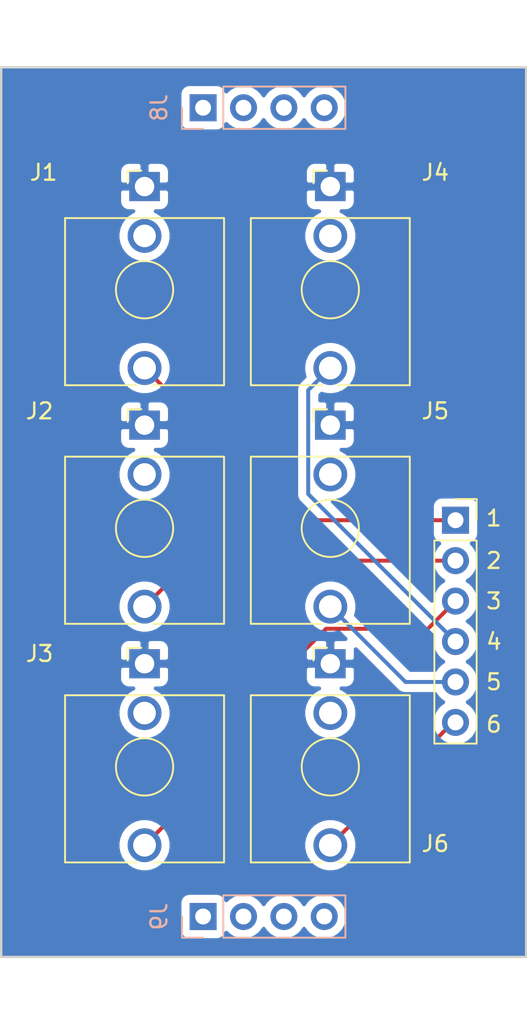
<source format=kicad_pcb>
(kicad_pcb (version 20171130) (host pcbnew 5.1.8-db9833491~88~ubuntu20.04.1)

  (general
    (thickness 1.6)
    (drawings 10)
    (tracks 16)
    (zones 0)
    (modules 9)
    (nets 16)
  )

  (page A4)
  (layers
    (0 F.Cu signal)
    (31 B.Cu signal)
    (32 B.Adhes user)
    (33 F.Adhes user)
    (34 B.Paste user)
    (35 F.Paste user)
    (36 B.SilkS user)
    (37 F.SilkS user)
    (38 B.Mask user)
    (39 F.Mask user)
    (40 Dwgs.User user)
    (41 Cmts.User user)
    (42 Eco1.User user)
    (43 Eco2.User user)
    (44 Edge.Cuts user)
    (45 Margin user)
    (46 B.CrtYd user)
    (47 F.CrtYd user)
    (48 B.Fab user)
    (49 F.Fab user)
  )

  (setup
    (last_trace_width 0.25)
    (trace_clearance 0.2)
    (zone_clearance 0.508)
    (zone_45_only no)
    (trace_min 0.2)
    (via_size 0.8)
    (via_drill 0.4)
    (via_min_size 0.4)
    (via_min_drill 0.3)
    (uvia_size 0.3)
    (uvia_drill 0.1)
    (uvias_allowed no)
    (uvia_min_size 0.2)
    (uvia_min_drill 0.1)
    (edge_width 0.05)
    (segment_width 0.2)
    (pcb_text_width 0.3)
    (pcb_text_size 1.5 1.5)
    (mod_edge_width 0.12)
    (mod_text_size 1 1)
    (mod_text_width 0.15)
    (pad_size 1.524 1.524)
    (pad_drill 0.762)
    (pad_to_mask_clearance 0)
    (aux_axis_origin 0 0)
    (visible_elements FFFFFF7F)
    (pcbplotparams
      (layerselection 0x010fc_ffffffff)
      (usegerberextensions false)
      (usegerberattributes true)
      (usegerberadvancedattributes true)
      (creategerberjobfile true)
      (excludeedgelayer true)
      (linewidth 0.100000)
      (plotframeref false)
      (viasonmask false)
      (mode 1)
      (useauxorigin false)
      (hpglpennumber 1)
      (hpglpenspeed 20)
      (hpglpendiameter 15.000000)
      (psnegative false)
      (psa4output false)
      (plotreference true)
      (plotvalue true)
      (plotinvisibletext false)
      (padsonsilk false)
      (subtractmaskfromsilk false)
      (outputformat 1)
      (mirror false)
      (drillshape 1)
      (scaleselection 1)
      (outputdirectory ""))
  )

  (net 0 "")
  (net 1 GND)
  (net 2 IN_1)
  (net 3 IN_2)
  (net 4 IN_3)
  (net 5 IN_4)
  (net 6 IN_5)
  (net 7 IN_6)
  (net 8 "Net-(J8-Pad4)")
  (net 9 "Net-(J8-Pad3)")
  (net 10 "Net-(J8-Pad2)")
  (net 11 "Net-(J8-Pad1)")
  (net 12 "Net-(J9-Pad4)")
  (net 13 "Net-(J9-Pad3)")
  (net 14 "Net-(J9-Pad2)")
  (net 15 "Net-(J9-Pad1)")

  (net_class Default "This is the default net class."
    (clearance 0.2)
    (trace_width 0.25)
    (via_dia 0.8)
    (via_drill 0.4)
    (uvia_dia 0.3)
    (uvia_drill 0.1)
    (add_net GND)
    (add_net IN_1)
    (add_net IN_2)
    (add_net IN_3)
    (add_net IN_4)
    (add_net IN_5)
    (add_net IN_6)
    (add_net "Net-(J8-Pad1)")
    (add_net "Net-(J8-Pad2)")
    (add_net "Net-(J8-Pad3)")
    (add_net "Net-(J8-Pad4)")
    (add_net "Net-(J9-Pad1)")
    (add_net "Net-(J9-Pad2)")
    (add_net "Net-(J9-Pad3)")
    (add_net "Net-(J9-Pad4)")
  )

  (module Connector_PinSocket_2.54mm:PinSocket_1x04_P2.54mm_Vertical (layer B.Cu) (tedit 5A19A429) (tstamp 5FCD84E5)
    (at 223.52 96.52 270)
    (descr "Through hole straight socket strip, 1x04, 2.54mm pitch, single row (from Kicad 4.0.7), script generated")
    (tags "Through hole socket strip THT 1x04 2.54mm single row")
    (path /5FD15C40)
    (fp_text reference J9 (at 0 2.77 270) (layer B.SilkS)
      (effects (font (size 1 1) (thickness 0.15)) (justify mirror))
    )
    (fp_text value Conn_01x04_Male (at 0 -10.39 270) (layer B.Fab)
      (effects (font (size 1 1) (thickness 0.15)) (justify mirror))
    )
    (fp_text user %R (at 0 -3.81) (layer B.Fab)
      (effects (font (size 1 1) (thickness 0.15)) (justify mirror))
    )
    (fp_line (start -1.27 1.27) (end 0.635 1.27) (layer B.Fab) (width 0.1))
    (fp_line (start 0.635 1.27) (end 1.27 0.635) (layer B.Fab) (width 0.1))
    (fp_line (start 1.27 0.635) (end 1.27 -8.89) (layer B.Fab) (width 0.1))
    (fp_line (start 1.27 -8.89) (end -1.27 -8.89) (layer B.Fab) (width 0.1))
    (fp_line (start -1.27 -8.89) (end -1.27 1.27) (layer B.Fab) (width 0.1))
    (fp_line (start -1.33 -1.27) (end 1.33 -1.27) (layer B.SilkS) (width 0.12))
    (fp_line (start -1.33 -1.27) (end -1.33 -8.95) (layer B.SilkS) (width 0.12))
    (fp_line (start -1.33 -8.95) (end 1.33 -8.95) (layer B.SilkS) (width 0.12))
    (fp_line (start 1.33 -1.27) (end 1.33 -8.95) (layer B.SilkS) (width 0.12))
    (fp_line (start 1.33 1.33) (end 1.33 0) (layer B.SilkS) (width 0.12))
    (fp_line (start 0 1.33) (end 1.33 1.33) (layer B.SilkS) (width 0.12))
    (fp_line (start -1.8 1.8) (end 1.75 1.8) (layer B.CrtYd) (width 0.05))
    (fp_line (start 1.75 1.8) (end 1.75 -9.4) (layer B.CrtYd) (width 0.05))
    (fp_line (start 1.75 -9.4) (end -1.8 -9.4) (layer B.CrtYd) (width 0.05))
    (fp_line (start -1.8 -9.4) (end -1.8 1.8) (layer B.CrtYd) (width 0.05))
    (pad 4 thru_hole oval (at 0 -7.62 270) (size 1.7 1.7) (drill 1) (layers *.Cu *.Mask)
      (net 12 "Net-(J9-Pad4)"))
    (pad 3 thru_hole oval (at 0 -5.08 270) (size 1.7 1.7) (drill 1) (layers *.Cu *.Mask)
      (net 13 "Net-(J9-Pad3)"))
    (pad 2 thru_hole oval (at 0 -2.54 270) (size 1.7 1.7) (drill 1) (layers *.Cu *.Mask)
      (net 14 "Net-(J9-Pad2)"))
    (pad 1 thru_hole rect (at 0 0 270) (size 1.7 1.7) (drill 1) (layers *.Cu *.Mask)
      (net 15 "Net-(J9-Pad1)"))
    (model ${KISYS3DMOD}/Connector_PinSocket_2.54mm.3dshapes/PinSocket_1x04_P2.54mm_Vertical.wrl
      (at (xyz 0 0 0))
      (scale (xyz 1 1 1))
      (rotate (xyz 0 0 0))
    )
  )

  (module Connector_PinSocket_2.54mm:PinSocket_1x04_P2.54mm_Vertical (layer B.Cu) (tedit 5A19A429) (tstamp 5FCD84CD)
    (at 223.52 45.72 270)
    (descr "Through hole straight socket strip, 1x04, 2.54mm pitch, single row (from Kicad 4.0.7), script generated")
    (tags "Through hole socket strip THT 1x04 2.54mm single row")
    (path /5FD14905)
    (fp_text reference J8 (at 0 2.77 270) (layer B.SilkS)
      (effects (font (size 1 1) (thickness 0.15)) (justify mirror))
    )
    (fp_text value Conn_01x04_Male (at 0 -10.39 270) (layer B.Fab)
      (effects (font (size 1 1) (thickness 0.15)) (justify mirror))
    )
    (fp_text user %R (at 0 -3.81) (layer B.Fab)
      (effects (font (size 1 1) (thickness 0.15)) (justify mirror))
    )
    (fp_line (start -1.27 1.27) (end 0.635 1.27) (layer B.Fab) (width 0.1))
    (fp_line (start 0.635 1.27) (end 1.27 0.635) (layer B.Fab) (width 0.1))
    (fp_line (start 1.27 0.635) (end 1.27 -8.89) (layer B.Fab) (width 0.1))
    (fp_line (start 1.27 -8.89) (end -1.27 -8.89) (layer B.Fab) (width 0.1))
    (fp_line (start -1.27 -8.89) (end -1.27 1.27) (layer B.Fab) (width 0.1))
    (fp_line (start -1.33 -1.27) (end 1.33 -1.27) (layer B.SilkS) (width 0.12))
    (fp_line (start -1.33 -1.27) (end -1.33 -8.95) (layer B.SilkS) (width 0.12))
    (fp_line (start -1.33 -8.95) (end 1.33 -8.95) (layer B.SilkS) (width 0.12))
    (fp_line (start 1.33 -1.27) (end 1.33 -8.95) (layer B.SilkS) (width 0.12))
    (fp_line (start 1.33 1.33) (end 1.33 0) (layer B.SilkS) (width 0.12))
    (fp_line (start 0 1.33) (end 1.33 1.33) (layer B.SilkS) (width 0.12))
    (fp_line (start -1.8 1.8) (end 1.75 1.8) (layer B.CrtYd) (width 0.05))
    (fp_line (start 1.75 1.8) (end 1.75 -9.4) (layer B.CrtYd) (width 0.05))
    (fp_line (start 1.75 -9.4) (end -1.8 -9.4) (layer B.CrtYd) (width 0.05))
    (fp_line (start -1.8 -9.4) (end -1.8 1.8) (layer B.CrtYd) (width 0.05))
    (pad 4 thru_hole oval (at 0 -7.62 270) (size 1.7 1.7) (drill 1) (layers *.Cu *.Mask)
      (net 8 "Net-(J8-Pad4)"))
    (pad 3 thru_hole oval (at 0 -5.08 270) (size 1.7 1.7) (drill 1) (layers *.Cu *.Mask)
      (net 9 "Net-(J8-Pad3)"))
    (pad 2 thru_hole oval (at 0 -2.54 270) (size 1.7 1.7) (drill 1) (layers *.Cu *.Mask)
      (net 10 "Net-(J8-Pad2)"))
    (pad 1 thru_hole rect (at 0 0 270) (size 1.7 1.7) (drill 1) (layers *.Cu *.Mask)
      (net 11 "Net-(J8-Pad1)"))
    (model ${KISYS3DMOD}/Connector_PinSocket_2.54mm.3dshapes/PinSocket_1x04_P2.54mm_Vertical.wrl
      (at (xyz 0 0 0))
      (scale (xyz 1 1 1))
      (rotate (xyz 0 0 0))
    )
  )

  (module Connector_PinSocket_2.54mm:PinSocket_1x06_P2.54mm_Vertical (layer F.Cu) (tedit 5A19A430) (tstamp 5FCD6D38)
    (at 239.395 71.628)
    (descr "Through hole straight socket strip, 1x06, 2.54mm pitch, single row (from Kicad 4.0.7), script generated")
    (tags "Through hole socket strip THT 1x06 2.54mm single row")
    (path /5FCEBCCD)
    (fp_text reference J7 (at 0 -2.77) (layer F.SilkS) hide
      (effects (font (size 1 1) (thickness 0.15)))
    )
    (fp_text value Conn_01x06_Female (at 0 15.47) (layer F.Fab) hide
      (effects (font (size 1 1) (thickness 0.15)))
    )
    (fp_text user %R (at 0 6.35 90) (layer F.Fab) hide
      (effects (font (size 1 1) (thickness 0.15)))
    )
    (fp_line (start -1.27 -1.27) (end 0.635 -1.27) (layer F.Fab) (width 0.1))
    (fp_line (start 0.635 -1.27) (end 1.27 -0.635) (layer F.Fab) (width 0.1))
    (fp_line (start 1.27 -0.635) (end 1.27 13.97) (layer F.Fab) (width 0.1))
    (fp_line (start 1.27 13.97) (end -1.27 13.97) (layer F.Fab) (width 0.1))
    (fp_line (start -1.27 13.97) (end -1.27 -1.27) (layer F.Fab) (width 0.1))
    (fp_line (start -1.33 1.27) (end 1.33 1.27) (layer F.SilkS) (width 0.12))
    (fp_line (start -1.33 1.27) (end -1.33 14.03) (layer F.SilkS) (width 0.12))
    (fp_line (start -1.33 14.03) (end 1.33 14.03) (layer F.SilkS) (width 0.12))
    (fp_line (start 1.33 1.27) (end 1.33 14.03) (layer F.SilkS) (width 0.12))
    (fp_line (start 1.33 -1.33) (end 1.33 0) (layer F.SilkS) (width 0.12))
    (fp_line (start 0 -1.33) (end 1.33 -1.33) (layer F.SilkS) (width 0.12))
    (fp_line (start -1.8 -1.8) (end 1.75 -1.8) (layer F.CrtYd) (width 0.05))
    (fp_line (start 1.75 -1.8) (end 1.75 14.45) (layer F.CrtYd) (width 0.05))
    (fp_line (start 1.75 14.45) (end -1.8 14.45) (layer F.CrtYd) (width 0.05))
    (fp_line (start -1.8 14.45) (end -1.8 -1.8) (layer F.CrtYd) (width 0.05))
    (pad 6 thru_hole oval (at 0 12.7) (size 1.7 1.7) (drill 1) (layers *.Cu *.Mask)
      (net 7 IN_6))
    (pad 5 thru_hole oval (at 0 10.16) (size 1.7 1.7) (drill 1) (layers *.Cu *.Mask)
      (net 6 IN_5))
    (pad 4 thru_hole oval (at 0 7.62) (size 1.7 1.7) (drill 1) (layers *.Cu *.Mask)
      (net 5 IN_4))
    (pad 3 thru_hole oval (at 0 5.08) (size 1.7 1.7) (drill 1) (layers *.Cu *.Mask)
      (net 4 IN_3))
    (pad 2 thru_hole oval (at 0 2.54) (size 1.7 1.7) (drill 1) (layers *.Cu *.Mask)
      (net 3 IN_2))
    (pad 1 thru_hole rect (at 0 0) (size 1.7 1.7) (drill 1) (layers *.Cu *.Mask)
      (net 2 IN_1))
    (model ${KISYS3DMOD}/Connector_PinSocket_2.54mm.3dshapes/PinSocket_1x06_P2.54mm_Vertical.wrl
      (at (xyz 0 0 0))
      (scale (xyz 1 1 1))
      (rotate (xyz 0 0 0))
    )
  )

  (module elektrophon:Jack_3.5mm_WQP-PJ301BM_Vertical (layer F.Cu) (tedit 5DDAE09A) (tstamp 5FCD6D1E)
    (at 231.521 87.122)
    (descr "TRS 3.5mm, vertical, Thonkiconn, PCB mount, (http://www.qingpu-electronics.com/en/products/WQP-PJ398SM-362.html)")
    (tags "WQP-PJ398SM WQP-PJ301M-12 TRS 3.5mm mono vertical jack thonkiconn qingpu")
    (path /5FCE96A3)
    (fp_text reference J6 (at 6.604 4.826) (layer F.SilkS)
      (effects (font (size 1 1) (thickness 0.15)))
    )
    (fp_text value "#1" (at 0 -1.48) (layer F.Fab)
      (effects (font (size 1 1) (thickness 0.15)))
    )
    (fp_text user KEEPOUT (at 0 0 180) (layer Cmts.User)
      (effects (font (size 0.4 0.4) (thickness 0.051)))
    )
    (fp_text user %R (at 0 1.52) (layer F.Fab)
      (effects (font (size 1 1) (thickness 0.15)))
    )
    (fp_line (start 0 -6.48) (end 0 -4.45) (layer F.Fab) (width 0.1))
    (fp_circle (center 0 0) (end 1.8 0) (layer F.Fab) (width 0.1))
    (fp_line (start 5 -4.45) (end -5 -4.45) (layer F.Fab) (width 0.1))
    (fp_line (start 5.5 -7.9) (end -5.5 -7.9) (layer F.CrtYd) (width 0.05))
    (fp_line (start 5.5 6.5) (end -5.5 6.5) (layer F.CrtYd) (width 0.05))
    (fp_line (start 5.5 6.5) (end 5.5 -7.9) (layer F.CrtYd) (width 0.05))
    (fp_line (start 5 6) (end -5 6) (layer F.Fab) (width 0.1))
    (fp_line (start 5 6) (end 5 -4.4) (layer F.Fab) (width 0.1))
    (fp_line (start -1.06 -7.48) (end -0.2 -7.48) (layer F.SilkS) (width 0.12))
    (fp_line (start -1.06 -7.48) (end -1.06 -6.68) (layer F.SilkS) (width 0.12))
    (fp_circle (center 0 0) (end 1.8 0) (layer F.SilkS) (width 0.12))
    (fp_line (start -5 -4.5) (end 5 -4.5) (layer F.SilkS) (width 0.12))
    (fp_line (start 5 -4.5) (end 0.35 -4.5) (layer F.SilkS) (width 0.12))
    (fp_line (start -0.5 6) (end -5 6) (layer F.SilkS) (width 0.12))
    (fp_line (start 5 6) (end 0.5 6) (layer F.SilkS) (width 0.12))
    (fp_line (start -1.41 -0.46) (end -0.46 -1.41) (layer Dwgs.User) (width 0.12))
    (fp_line (start -1.42 0.395) (end 0.4 -1.42) (layer Dwgs.User) (width 0.12))
    (fp_line (start -1.07 1.01) (end 1.01 -1.07) (layer Dwgs.User) (width 0.12))
    (fp_line (start -0.58 1.35) (end 1.36 -0.59) (layer Dwgs.User) (width 0.12))
    (fp_line (start 0.09 1.48) (end 1.48 0.09) (layer Dwgs.User) (width 0.12))
    (fp_circle (center 0 0) (end 1.5 0) (layer Dwgs.User) (width 0.12))
    (fp_line (start 5 -4.5) (end 5 6) (layer F.SilkS) (width 0.12))
    (fp_line (start -5 -4.5) (end -5 6) (layer F.SilkS) (width 0.12))
    (fp_line (start -5 6) (end -5 -4.4) (layer F.Fab) (width 0.1))
    (fp_line (start -5.5 6.5) (end -5.5 -7.9) (layer F.CrtYd) (width 0.05))
    (pad R thru_hole circle (at 0 -3.38 180) (size 2.13 2.13) (drill 1.42) (layers *.Cu *.Mask))
    (pad S thru_hole rect (at 0 -6.48 180) (size 1.93 1.83) (drill 1.22) (layers *.Cu *.Mask)
      (net 1 GND))
    (pad T thru_hole circle (at 0 4.92 180) (size 2.13 2.13) (drill 1.43) (layers *.Cu *.Mask)
      (net 7 IN_6))
    (model ${KISYS3DMOD}/Connector_Audio.3dshapes/Jack_3.5mm_QingPu_WQP-PJ398SM_Vertical.wrl
      (at (xyz 0 0 0))
      (scale (xyz 1 1 1))
      (rotate (xyz 0 0 0))
    )
    (model "${KIPRJMOD}/../../../lib/kicad/models/PJ301M-12 Thonkiconn v0.2.stp"
      (offset (xyz 0 -1 0))
      (scale (xyz 1 1 1))
      (rotate (xyz 0 0 180))
    )
  )

  (module elektrophon:Jack_3.5mm_WQP-PJ301BM_Vertical (layer F.Cu) (tedit 5DDAE09A) (tstamp 5FCD6CFC)
    (at 231.521 72.136)
    (descr "TRS 3.5mm, vertical, Thonkiconn, PCB mount, (http://www.qingpu-electronics.com/en/products/WQP-PJ398SM-362.html)")
    (tags "WQP-PJ398SM WQP-PJ301M-12 TRS 3.5mm mono vertical jack thonkiconn qingpu")
    (path /5FCE9696)
    (fp_text reference J5 (at 6.604 -7.366) (layer F.SilkS)
      (effects (font (size 1 1) (thickness 0.15)))
    )
    (fp_text value "#1" (at 0 -1.48) (layer F.Fab)
      (effects (font (size 1 1) (thickness 0.15)))
    )
    (fp_text user KEEPOUT (at 0 0 180) (layer Cmts.User)
      (effects (font (size 0.4 0.4) (thickness 0.051)))
    )
    (fp_text user %R (at 0 1.52) (layer F.Fab)
      (effects (font (size 1 1) (thickness 0.15)))
    )
    (fp_line (start 0 -6.48) (end 0 -4.45) (layer F.Fab) (width 0.1))
    (fp_circle (center 0 0) (end 1.8 0) (layer F.Fab) (width 0.1))
    (fp_line (start 5 -4.45) (end -5 -4.45) (layer F.Fab) (width 0.1))
    (fp_line (start 5.5 -7.9) (end -5.5 -7.9) (layer F.CrtYd) (width 0.05))
    (fp_line (start 5.5 6.5) (end -5.5 6.5) (layer F.CrtYd) (width 0.05))
    (fp_line (start 5.5 6.5) (end 5.5 -7.9) (layer F.CrtYd) (width 0.05))
    (fp_line (start 5 6) (end -5 6) (layer F.Fab) (width 0.1))
    (fp_line (start 5 6) (end 5 -4.4) (layer F.Fab) (width 0.1))
    (fp_line (start -1.06 -7.48) (end -0.2 -7.48) (layer F.SilkS) (width 0.12))
    (fp_line (start -1.06 -7.48) (end -1.06 -6.68) (layer F.SilkS) (width 0.12))
    (fp_circle (center 0 0) (end 1.8 0) (layer F.SilkS) (width 0.12))
    (fp_line (start -5 -4.5) (end 5 -4.5) (layer F.SilkS) (width 0.12))
    (fp_line (start 5 -4.5) (end 0.35 -4.5) (layer F.SilkS) (width 0.12))
    (fp_line (start -0.5 6) (end -5 6) (layer F.SilkS) (width 0.12))
    (fp_line (start 5 6) (end 0.5 6) (layer F.SilkS) (width 0.12))
    (fp_line (start -1.41 -0.46) (end -0.46 -1.41) (layer Dwgs.User) (width 0.12))
    (fp_line (start -1.42 0.395) (end 0.4 -1.42) (layer Dwgs.User) (width 0.12))
    (fp_line (start -1.07 1.01) (end 1.01 -1.07) (layer Dwgs.User) (width 0.12))
    (fp_line (start -0.58 1.35) (end 1.36 -0.59) (layer Dwgs.User) (width 0.12))
    (fp_line (start 0.09 1.48) (end 1.48 0.09) (layer Dwgs.User) (width 0.12))
    (fp_circle (center 0 0) (end 1.5 0) (layer Dwgs.User) (width 0.12))
    (fp_line (start 5 -4.5) (end 5 6) (layer F.SilkS) (width 0.12))
    (fp_line (start -5 -4.5) (end -5 6) (layer F.SilkS) (width 0.12))
    (fp_line (start -5 6) (end -5 -4.4) (layer F.Fab) (width 0.1))
    (fp_line (start -5.5 6.5) (end -5.5 -7.9) (layer F.CrtYd) (width 0.05))
    (pad R thru_hole circle (at 0 -3.38 180) (size 2.13 2.13) (drill 1.42) (layers *.Cu *.Mask))
    (pad S thru_hole rect (at 0 -6.48 180) (size 1.93 1.83) (drill 1.22) (layers *.Cu *.Mask)
      (net 1 GND))
    (pad T thru_hole circle (at 0 4.92 180) (size 2.13 2.13) (drill 1.43) (layers *.Cu *.Mask)
      (net 6 IN_5))
    (model ${KISYS3DMOD}/Connector_Audio.3dshapes/Jack_3.5mm_QingPu_WQP-PJ398SM_Vertical.wrl
      (at (xyz 0 0 0))
      (scale (xyz 1 1 1))
      (rotate (xyz 0 0 0))
    )
    (model "${KIPRJMOD}/../../../lib/kicad/models/PJ301M-12 Thonkiconn v0.2.stp"
      (offset (xyz 0 -1 0))
      (scale (xyz 1 1 1))
      (rotate (xyz 0 0 180))
    )
  )

  (module elektrophon:Jack_3.5mm_WQP-PJ301BM_Vertical (layer F.Cu) (tedit 5DDAE09A) (tstamp 5FCD6CDA)
    (at 231.521 57.15)
    (descr "TRS 3.5mm, vertical, Thonkiconn, PCB mount, (http://www.qingpu-electronics.com/en/products/WQP-PJ398SM-362.html)")
    (tags "WQP-PJ398SM WQP-PJ301M-12 TRS 3.5mm mono vertical jack thonkiconn qingpu")
    (path /5FCE9689)
    (fp_text reference J4 (at 6.604 -7.366) (layer F.SilkS)
      (effects (font (size 1 1) (thickness 0.15)))
    )
    (fp_text value "#1" (at 0 -1.48) (layer F.Fab)
      (effects (font (size 1 1) (thickness 0.15)))
    )
    (fp_text user KEEPOUT (at 0 0 180) (layer Cmts.User)
      (effects (font (size 0.4 0.4) (thickness 0.051)))
    )
    (fp_text user %R (at 0 1.52) (layer F.Fab)
      (effects (font (size 1 1) (thickness 0.15)))
    )
    (fp_line (start 0 -6.48) (end 0 -4.45) (layer F.Fab) (width 0.1))
    (fp_circle (center 0 0) (end 1.8 0) (layer F.Fab) (width 0.1))
    (fp_line (start 5 -4.45) (end -5 -4.45) (layer F.Fab) (width 0.1))
    (fp_line (start 5.5 -7.9) (end -5.5 -7.9) (layer F.CrtYd) (width 0.05))
    (fp_line (start 5.5 6.5) (end -5.5 6.5) (layer F.CrtYd) (width 0.05))
    (fp_line (start 5.5 6.5) (end 5.5 -7.9) (layer F.CrtYd) (width 0.05))
    (fp_line (start 5 6) (end -5 6) (layer F.Fab) (width 0.1))
    (fp_line (start 5 6) (end 5 -4.4) (layer F.Fab) (width 0.1))
    (fp_line (start -1.06 -7.48) (end -0.2 -7.48) (layer F.SilkS) (width 0.12))
    (fp_line (start -1.06 -7.48) (end -1.06 -6.68) (layer F.SilkS) (width 0.12))
    (fp_circle (center 0 0) (end 1.8 0) (layer F.SilkS) (width 0.12))
    (fp_line (start -5 -4.5) (end 5 -4.5) (layer F.SilkS) (width 0.12))
    (fp_line (start 5 -4.5) (end 0.35 -4.5) (layer F.SilkS) (width 0.12))
    (fp_line (start -0.5 6) (end -5 6) (layer F.SilkS) (width 0.12))
    (fp_line (start 5 6) (end 0.5 6) (layer F.SilkS) (width 0.12))
    (fp_line (start -1.41 -0.46) (end -0.46 -1.41) (layer Dwgs.User) (width 0.12))
    (fp_line (start -1.42 0.395) (end 0.4 -1.42) (layer Dwgs.User) (width 0.12))
    (fp_line (start -1.07 1.01) (end 1.01 -1.07) (layer Dwgs.User) (width 0.12))
    (fp_line (start -0.58 1.35) (end 1.36 -0.59) (layer Dwgs.User) (width 0.12))
    (fp_line (start 0.09 1.48) (end 1.48 0.09) (layer Dwgs.User) (width 0.12))
    (fp_circle (center 0 0) (end 1.5 0) (layer Dwgs.User) (width 0.12))
    (fp_line (start 5 -4.5) (end 5 6) (layer F.SilkS) (width 0.12))
    (fp_line (start -5 -4.5) (end -5 6) (layer F.SilkS) (width 0.12))
    (fp_line (start -5 6) (end -5 -4.4) (layer F.Fab) (width 0.1))
    (fp_line (start -5.5 6.5) (end -5.5 -7.9) (layer F.CrtYd) (width 0.05))
    (pad R thru_hole circle (at 0 -3.38 180) (size 2.13 2.13) (drill 1.42) (layers *.Cu *.Mask))
    (pad S thru_hole rect (at 0 -6.48 180) (size 1.93 1.83) (drill 1.22) (layers *.Cu *.Mask)
      (net 1 GND))
    (pad T thru_hole circle (at 0 4.92 180) (size 2.13 2.13) (drill 1.43) (layers *.Cu *.Mask)
      (net 5 IN_4))
    (model ${KISYS3DMOD}/Connector_Audio.3dshapes/Jack_3.5mm_QingPu_WQP-PJ398SM_Vertical.wrl
      (at (xyz 0 0 0))
      (scale (xyz 1 1 1))
      (rotate (xyz 0 0 0))
    )
    (model "${KIPRJMOD}/../../../lib/kicad/models/PJ301M-12 Thonkiconn v0.2.stp"
      (offset (xyz 0 -1 0))
      (scale (xyz 1 1 1))
      (rotate (xyz 0 0 180))
    )
  )

  (module elektrophon:Jack_3.5mm_WQP-PJ301BM_Vertical (layer F.Cu) (tedit 5DDAE09A) (tstamp 5FCD6CB8)
    (at 219.837 87.122)
    (descr "TRS 3.5mm, vertical, Thonkiconn, PCB mount, (http://www.qingpu-electronics.com/en/products/WQP-PJ398SM-362.html)")
    (tags "WQP-PJ398SM WQP-PJ301M-12 TRS 3.5mm mono vertical jack thonkiconn qingpu")
    (path /5FCE2004)
    (fp_text reference J3 (at -6.604 -7.112) (layer F.SilkS)
      (effects (font (size 1 1) (thickness 0.15)))
    )
    (fp_text value "#1" (at 0 -1.48) (layer F.Fab)
      (effects (font (size 1 1) (thickness 0.15)))
    )
    (fp_text user KEEPOUT (at 0 0 180) (layer Cmts.User)
      (effects (font (size 0.4 0.4) (thickness 0.051)))
    )
    (fp_text user %R (at 0 1.52) (layer F.Fab)
      (effects (font (size 1 1) (thickness 0.15)))
    )
    (fp_line (start 0 -6.48) (end 0 -4.45) (layer F.Fab) (width 0.1))
    (fp_circle (center 0 0) (end 1.8 0) (layer F.Fab) (width 0.1))
    (fp_line (start 5 -4.45) (end -5 -4.45) (layer F.Fab) (width 0.1))
    (fp_line (start 5.5 -7.9) (end -5.5 -7.9) (layer F.CrtYd) (width 0.05))
    (fp_line (start 5.5 6.5) (end -5.5 6.5) (layer F.CrtYd) (width 0.05))
    (fp_line (start 5.5 6.5) (end 5.5 -7.9) (layer F.CrtYd) (width 0.05))
    (fp_line (start 5 6) (end -5 6) (layer F.Fab) (width 0.1))
    (fp_line (start 5 6) (end 5 -4.4) (layer F.Fab) (width 0.1))
    (fp_line (start -1.06 -7.48) (end -0.2 -7.48) (layer F.SilkS) (width 0.12))
    (fp_line (start -1.06 -7.48) (end -1.06 -6.68) (layer F.SilkS) (width 0.12))
    (fp_circle (center 0 0) (end 1.8 0) (layer F.SilkS) (width 0.12))
    (fp_line (start -5 -4.5) (end 5 -4.5) (layer F.SilkS) (width 0.12))
    (fp_line (start 5 -4.5) (end 0.35 -4.5) (layer F.SilkS) (width 0.12))
    (fp_line (start -0.5 6) (end -5 6) (layer F.SilkS) (width 0.12))
    (fp_line (start 5 6) (end 0.5 6) (layer F.SilkS) (width 0.12))
    (fp_line (start -1.41 -0.46) (end -0.46 -1.41) (layer Dwgs.User) (width 0.12))
    (fp_line (start -1.42 0.395) (end 0.4 -1.42) (layer Dwgs.User) (width 0.12))
    (fp_line (start -1.07 1.01) (end 1.01 -1.07) (layer Dwgs.User) (width 0.12))
    (fp_line (start -0.58 1.35) (end 1.36 -0.59) (layer Dwgs.User) (width 0.12))
    (fp_line (start 0.09 1.48) (end 1.48 0.09) (layer Dwgs.User) (width 0.12))
    (fp_circle (center 0 0) (end 1.5 0) (layer Dwgs.User) (width 0.12))
    (fp_line (start 5 -4.5) (end 5 6) (layer F.SilkS) (width 0.12))
    (fp_line (start -5 -4.5) (end -5 6) (layer F.SilkS) (width 0.12))
    (fp_line (start -5 6) (end -5 -4.4) (layer F.Fab) (width 0.1))
    (fp_line (start -5.5 6.5) (end -5.5 -7.9) (layer F.CrtYd) (width 0.05))
    (pad R thru_hole circle (at 0 -3.38 180) (size 2.13 2.13) (drill 1.42) (layers *.Cu *.Mask))
    (pad S thru_hole rect (at 0 -6.48 180) (size 1.93 1.83) (drill 1.22) (layers *.Cu *.Mask)
      (net 1 GND))
    (pad T thru_hole circle (at 0 4.92 180) (size 2.13 2.13) (drill 1.43) (layers *.Cu *.Mask)
      (net 4 IN_3))
    (model ${KISYS3DMOD}/Connector_Audio.3dshapes/Jack_3.5mm_QingPu_WQP-PJ398SM_Vertical.wrl
      (at (xyz 0 0 0))
      (scale (xyz 1 1 1))
      (rotate (xyz 0 0 0))
    )
    (model "${KIPRJMOD}/../../../lib/kicad/models/PJ301M-12 Thonkiconn v0.2.stp"
      (offset (xyz 0 -1 0))
      (scale (xyz 1 1 1))
      (rotate (xyz 0 0 180))
    )
  )

  (module elektrophon:Jack_3.5mm_WQP-PJ301BM_Vertical (layer F.Cu) (tedit 5DDAE09A) (tstamp 5FCD6C96)
    (at 219.837 72.136)
    (descr "TRS 3.5mm, vertical, Thonkiconn, PCB mount, (http://www.qingpu-electronics.com/en/products/WQP-PJ398SM-362.html)")
    (tags "WQP-PJ398SM WQP-PJ301M-12 TRS 3.5mm mono vertical jack thonkiconn qingpu")
    (path /5FCE1BA6)
    (fp_text reference J2 (at -6.604 -7.366) (layer F.SilkS)
      (effects (font (size 1 1) (thickness 0.15)))
    )
    (fp_text value "#1" (at 0 -1.48) (layer F.Fab)
      (effects (font (size 1 1) (thickness 0.15)))
    )
    (fp_text user KEEPOUT (at 0 0 180) (layer Cmts.User)
      (effects (font (size 0.4 0.4) (thickness 0.051)))
    )
    (fp_text user %R (at 0 1.52) (layer F.Fab)
      (effects (font (size 1 1) (thickness 0.15)))
    )
    (fp_line (start 0 -6.48) (end 0 -4.45) (layer F.Fab) (width 0.1))
    (fp_circle (center 0 0) (end 1.8 0) (layer F.Fab) (width 0.1))
    (fp_line (start 5 -4.45) (end -5 -4.45) (layer F.Fab) (width 0.1))
    (fp_line (start 5.5 -7.9) (end -5.5 -7.9) (layer F.CrtYd) (width 0.05))
    (fp_line (start 5.5 6.5) (end -5.5 6.5) (layer F.CrtYd) (width 0.05))
    (fp_line (start 5.5 6.5) (end 5.5 -7.9) (layer F.CrtYd) (width 0.05))
    (fp_line (start 5 6) (end -5 6) (layer F.Fab) (width 0.1))
    (fp_line (start 5 6) (end 5 -4.4) (layer F.Fab) (width 0.1))
    (fp_line (start -1.06 -7.48) (end -0.2 -7.48) (layer F.SilkS) (width 0.12))
    (fp_line (start -1.06 -7.48) (end -1.06 -6.68) (layer F.SilkS) (width 0.12))
    (fp_circle (center 0 0) (end 1.8 0) (layer F.SilkS) (width 0.12))
    (fp_line (start -5 -4.5) (end 5 -4.5) (layer F.SilkS) (width 0.12))
    (fp_line (start 5 -4.5) (end 0.35 -4.5) (layer F.SilkS) (width 0.12))
    (fp_line (start -0.5 6) (end -5 6) (layer F.SilkS) (width 0.12))
    (fp_line (start 5 6) (end 0.5 6) (layer F.SilkS) (width 0.12))
    (fp_line (start -1.41 -0.46) (end -0.46 -1.41) (layer Dwgs.User) (width 0.12))
    (fp_line (start -1.42 0.395) (end 0.4 -1.42) (layer Dwgs.User) (width 0.12))
    (fp_line (start -1.07 1.01) (end 1.01 -1.07) (layer Dwgs.User) (width 0.12))
    (fp_line (start -0.58 1.35) (end 1.36 -0.59) (layer Dwgs.User) (width 0.12))
    (fp_line (start 0.09 1.48) (end 1.48 0.09) (layer Dwgs.User) (width 0.12))
    (fp_circle (center 0 0) (end 1.5 0) (layer Dwgs.User) (width 0.12))
    (fp_line (start 5 -4.5) (end 5 6) (layer F.SilkS) (width 0.12))
    (fp_line (start -5 -4.5) (end -5 6) (layer F.SilkS) (width 0.12))
    (fp_line (start -5 6) (end -5 -4.4) (layer F.Fab) (width 0.1))
    (fp_line (start -5.5 6.5) (end -5.5 -7.9) (layer F.CrtYd) (width 0.05))
    (pad R thru_hole circle (at 0 -3.38 180) (size 2.13 2.13) (drill 1.42) (layers *.Cu *.Mask))
    (pad S thru_hole rect (at 0 -6.48 180) (size 1.93 1.83) (drill 1.22) (layers *.Cu *.Mask)
      (net 1 GND))
    (pad T thru_hole circle (at 0 4.92 180) (size 2.13 2.13) (drill 1.43) (layers *.Cu *.Mask)
      (net 3 IN_2))
    (model ${KISYS3DMOD}/Connector_Audio.3dshapes/Jack_3.5mm_QingPu_WQP-PJ398SM_Vertical.wrl
      (at (xyz 0 0 0))
      (scale (xyz 1 1 1))
      (rotate (xyz 0 0 0))
    )
    (model "${KIPRJMOD}/../../../lib/kicad/models/PJ301M-12 Thonkiconn v0.2.stp"
      (offset (xyz 0 -1 0))
      (scale (xyz 1 1 1))
      (rotate (xyz 0 0 180))
    )
  )

  (module elektrophon:Jack_3.5mm_WQP-PJ301BM_Vertical (layer F.Cu) (tedit 5DDAE09A) (tstamp 5FCD6C74)
    (at 219.837 57.15)
    (descr "TRS 3.5mm, vertical, Thonkiconn, PCB mount, (http://www.qingpu-electronics.com/en/products/WQP-PJ398SM-362.html)")
    (tags "WQP-PJ398SM WQP-PJ301M-12 TRS 3.5mm mono vertical jack thonkiconn qingpu")
    (path /5D73BD4E)
    (fp_text reference J1 (at -6.35 -7.366) (layer F.SilkS)
      (effects (font (size 1 1) (thickness 0.15)))
    )
    (fp_text value "#1" (at 0 -1.48) (layer F.Fab)
      (effects (font (size 1 1) (thickness 0.15)))
    )
    (fp_text user KEEPOUT (at 0 0 180) (layer Cmts.User)
      (effects (font (size 0.4 0.4) (thickness 0.051)))
    )
    (fp_text user %R (at 0 1.52) (layer F.Fab)
      (effects (font (size 1 1) (thickness 0.15)))
    )
    (fp_line (start 0 -6.48) (end 0 -4.45) (layer F.Fab) (width 0.1))
    (fp_circle (center 0 0) (end 1.8 0) (layer F.Fab) (width 0.1))
    (fp_line (start 5 -4.45) (end -5 -4.45) (layer F.Fab) (width 0.1))
    (fp_line (start 5.5 -7.9) (end -5.5 -7.9) (layer F.CrtYd) (width 0.05))
    (fp_line (start 5.5 6.5) (end -5.5 6.5) (layer F.CrtYd) (width 0.05))
    (fp_line (start 5.5 6.5) (end 5.5 -7.9) (layer F.CrtYd) (width 0.05))
    (fp_line (start 5 6) (end -5 6) (layer F.Fab) (width 0.1))
    (fp_line (start 5 6) (end 5 -4.4) (layer F.Fab) (width 0.1))
    (fp_line (start -1.06 -7.48) (end -0.2 -7.48) (layer F.SilkS) (width 0.12))
    (fp_line (start -1.06 -7.48) (end -1.06 -6.68) (layer F.SilkS) (width 0.12))
    (fp_circle (center 0 0) (end 1.8 0) (layer F.SilkS) (width 0.12))
    (fp_line (start -5 -4.5) (end 5 -4.5) (layer F.SilkS) (width 0.12))
    (fp_line (start 5 -4.5) (end 0.35 -4.5) (layer F.SilkS) (width 0.12))
    (fp_line (start -0.5 6) (end -5 6) (layer F.SilkS) (width 0.12))
    (fp_line (start 5 6) (end 0.5 6) (layer F.SilkS) (width 0.12))
    (fp_line (start -1.41 -0.46) (end -0.46 -1.41) (layer Dwgs.User) (width 0.12))
    (fp_line (start -1.42 0.395) (end 0.4 -1.42) (layer Dwgs.User) (width 0.12))
    (fp_line (start -1.07 1.01) (end 1.01 -1.07) (layer Dwgs.User) (width 0.12))
    (fp_line (start -0.58 1.35) (end 1.36 -0.59) (layer Dwgs.User) (width 0.12))
    (fp_line (start 0.09 1.48) (end 1.48 0.09) (layer Dwgs.User) (width 0.12))
    (fp_circle (center 0 0) (end 1.5 0) (layer Dwgs.User) (width 0.12))
    (fp_line (start 5 -4.5) (end 5 6) (layer F.SilkS) (width 0.12))
    (fp_line (start -5 -4.5) (end -5 6) (layer F.SilkS) (width 0.12))
    (fp_line (start -5 6) (end -5 -4.4) (layer F.Fab) (width 0.1))
    (fp_line (start -5.5 6.5) (end -5.5 -7.9) (layer F.CrtYd) (width 0.05))
    (pad R thru_hole circle (at 0 -3.38 180) (size 2.13 2.13) (drill 1.42) (layers *.Cu *.Mask))
    (pad S thru_hole rect (at 0 -6.48 180) (size 1.93 1.83) (drill 1.22) (layers *.Cu *.Mask)
      (net 1 GND))
    (pad T thru_hole circle (at 0 4.92 180) (size 2.13 2.13) (drill 1.43) (layers *.Cu *.Mask)
      (net 2 IN_1))
    (model ${KISYS3DMOD}/Connector_Audio.3dshapes/Jack_3.5mm_QingPu_WQP-PJ398SM_Vertical.wrl
      (at (xyz 0 0 0))
      (scale (xyz 1 1 1))
      (rotate (xyz 0 0 0))
    )
    (model "${KIPRJMOD}/../../../lib/kicad/models/PJ301M-12 Thonkiconn v0.2.stp"
      (offset (xyz 0 -1 0))
      (scale (xyz 1 1 1))
      (rotate (xyz 0 0 180))
    )
  )

  (gr_line (start 210.82 99.06) (end 210.82 43.18) (layer Edge.Cuts) (width 0.15) (tstamp 5FCD871B))
  (gr_line (start 243.84 99.06) (end 210.82 99.06) (layer Edge.Cuts) (width 0.15))
  (gr_line (start 243.84 43.18) (end 243.84 99.06) (layer Edge.Cuts) (width 0.15))
  (gr_line (start 210.82 43.18) (end 243.84 43.18) (layer Edge.Cuts) (width 0.15))
  (gr_text 6 (at 241.808 84.455) (layer F.SilkS) (tstamp 5FCD8715)
    (effects (font (size 1 1) (thickness 0.15)))
  )
  (gr_text 5 (at 241.808 81.788) (layer F.SilkS) (tstamp 5FCD8715)
    (effects (font (size 1 1) (thickness 0.15)))
  )
  (gr_text 4 (at 241.808 79.248) (layer F.SilkS) (tstamp 5FCD8715)
    (effects (font (size 1 1) (thickness 0.15)))
  )
  (gr_text 3 (at 241.808 76.708) (layer F.SilkS) (tstamp 5FCD8715)
    (effects (font (size 1 1) (thickness 0.15)))
  )
  (gr_text 2 (at 241.808 74.168) (layer F.SilkS) (tstamp 5FCD8715)
    (effects (font (size 1 1) (thickness 0.15)))
  )
  (gr_text 1 (at 241.808 71.501) (layer F.SilkS)
    (effects (font (size 1 1) (thickness 0.15)))
  )

  (segment (start 229.395 71.628) (end 239.395 71.628) (width 0.25) (layer F.Cu) (net 2))
  (segment (start 219.837 62.07) (end 229.395 71.628) (width 0.25) (layer F.Cu) (net 2))
  (segment (start 222.725 74.168) (end 239.395 74.168) (width 0.25) (layer F.Cu) (net 3))
  (segment (start 219.837 77.056) (end 222.725 74.168) (width 0.25) (layer F.Cu) (net 3))
  (segment (start 231.251997 78.446001) (end 237.656999 78.446001) (width 0.25) (layer F.Cu) (net 4))
  (segment (start 237.656999 78.446001) (end 239.395 76.708) (width 0.25) (layer F.Cu) (net 4))
  (segment (start 221.227001 88.470997) (end 231.251997 78.446001) (width 0.25) (layer F.Cu) (net 4))
  (segment (start 221.227001 90.651999) (end 221.227001 88.470997) (width 0.25) (layer F.Cu) (net 4))
  (segment (start 219.837 92.042) (end 221.227001 90.651999) (width 0.25) (layer F.Cu) (net 4))
  (segment (start 230.130999 69.983999) (end 239.395 79.248) (width 0.25) (layer B.Cu) (net 5))
  (segment (start 230.130999 63.460001) (end 230.130999 69.983999) (width 0.25) (layer B.Cu) (net 5))
  (segment (start 231.521 62.07) (end 230.130999 63.460001) (width 0.25) (layer B.Cu) (net 5))
  (segment (start 236.253 81.788) (end 231.521 77.056) (width 0.25) (layer B.Cu) (net 6))
  (segment (start 239.395 81.788) (end 236.253 81.788) (width 0.25) (layer B.Cu) (net 6))
  (segment (start 239.235 84.328) (end 239.395 84.328) (width 0.25) (layer F.Cu) (net 7))
  (segment (start 231.521 92.042) (end 239.235 84.328) (width 0.25) (layer F.Cu) (net 7))

  (zone (net 1) (net_name GND) (layer B.Cu) (tstamp 0) (hatch edge 0.508)
    (connect_pads (clearance 0.508))
    (min_thickness 0.254)
    (fill yes (arc_segments 32) (thermal_gap 0.508) (thermal_bridge_width 0.508))
    (polygon
      (pts
        (xy 243.84 99.06) (xy 210.82 99.06) (xy 210.82 43.18) (xy 243.84 43.18)
      )
    )
    (filled_polygon
      (pts
        (xy 243.713 98.933) (xy 210.947 98.933) (xy 210.947 95.67) (xy 222.031928 95.67) (xy 222.031928 97.37)
        (xy 222.044188 97.494482) (xy 222.080498 97.61418) (xy 222.139463 97.724494) (xy 222.218815 97.821185) (xy 222.315506 97.900537)
        (xy 222.42582 97.959502) (xy 222.545518 97.995812) (xy 222.67 98.008072) (xy 224.37 98.008072) (xy 224.494482 97.995812)
        (xy 224.61418 97.959502) (xy 224.724494 97.900537) (xy 224.821185 97.821185) (xy 224.900537 97.724494) (xy 224.959502 97.61418)
        (xy 224.981513 97.54162) (xy 225.113368 97.673475) (xy 225.356589 97.83599) (xy 225.626842 97.947932) (xy 225.91374 98.005)
        (xy 226.20626 98.005) (xy 226.493158 97.947932) (xy 226.763411 97.83599) (xy 227.006632 97.673475) (xy 227.213475 97.466632)
        (xy 227.33 97.29224) (xy 227.446525 97.466632) (xy 227.653368 97.673475) (xy 227.896589 97.83599) (xy 228.166842 97.947932)
        (xy 228.45374 98.005) (xy 228.74626 98.005) (xy 229.033158 97.947932) (xy 229.303411 97.83599) (xy 229.546632 97.673475)
        (xy 229.753475 97.466632) (xy 229.87 97.29224) (xy 229.986525 97.466632) (xy 230.193368 97.673475) (xy 230.436589 97.83599)
        (xy 230.706842 97.947932) (xy 230.99374 98.005) (xy 231.28626 98.005) (xy 231.573158 97.947932) (xy 231.843411 97.83599)
        (xy 232.086632 97.673475) (xy 232.293475 97.466632) (xy 232.45599 97.223411) (xy 232.567932 96.953158) (xy 232.625 96.66626)
        (xy 232.625 96.37374) (xy 232.567932 96.086842) (xy 232.45599 95.816589) (xy 232.293475 95.573368) (xy 232.086632 95.366525)
        (xy 231.843411 95.20401) (xy 231.573158 95.092068) (xy 231.28626 95.035) (xy 230.99374 95.035) (xy 230.706842 95.092068)
        (xy 230.436589 95.20401) (xy 230.193368 95.366525) (xy 229.986525 95.573368) (xy 229.87 95.74776) (xy 229.753475 95.573368)
        (xy 229.546632 95.366525) (xy 229.303411 95.20401) (xy 229.033158 95.092068) (xy 228.74626 95.035) (xy 228.45374 95.035)
        (xy 228.166842 95.092068) (xy 227.896589 95.20401) (xy 227.653368 95.366525) (xy 227.446525 95.573368) (xy 227.33 95.74776)
        (xy 227.213475 95.573368) (xy 227.006632 95.366525) (xy 226.763411 95.20401) (xy 226.493158 95.092068) (xy 226.20626 95.035)
        (xy 225.91374 95.035) (xy 225.626842 95.092068) (xy 225.356589 95.20401) (xy 225.113368 95.366525) (xy 224.981513 95.49838)
        (xy 224.959502 95.42582) (xy 224.900537 95.315506) (xy 224.821185 95.218815) (xy 224.724494 95.139463) (xy 224.61418 95.080498)
        (xy 224.494482 95.044188) (xy 224.37 95.031928) (xy 222.67 95.031928) (xy 222.545518 95.044188) (xy 222.42582 95.080498)
        (xy 222.315506 95.139463) (xy 222.218815 95.218815) (xy 222.139463 95.315506) (xy 222.080498 95.42582) (xy 222.044188 95.545518)
        (xy 222.031928 95.67) (xy 210.947 95.67) (xy 210.947 91.874565) (xy 218.137 91.874565) (xy 218.137 92.209435)
        (xy 218.20233 92.537872) (xy 218.330479 92.847252) (xy 218.516523 93.125687) (xy 218.753313 93.362477) (xy 219.031748 93.548521)
        (xy 219.341128 93.67667) (xy 219.669565 93.742) (xy 220.004435 93.742) (xy 220.332872 93.67667) (xy 220.642252 93.548521)
        (xy 220.920687 93.362477) (xy 221.157477 93.125687) (xy 221.343521 92.847252) (xy 221.47167 92.537872) (xy 221.537 92.209435)
        (xy 221.537 91.874565) (xy 229.821 91.874565) (xy 229.821 92.209435) (xy 229.88633 92.537872) (xy 230.014479 92.847252)
        (xy 230.200523 93.125687) (xy 230.437313 93.362477) (xy 230.715748 93.548521) (xy 231.025128 93.67667) (xy 231.353565 93.742)
        (xy 231.688435 93.742) (xy 232.016872 93.67667) (xy 232.326252 93.548521) (xy 232.604687 93.362477) (xy 232.841477 93.125687)
        (xy 233.027521 92.847252) (xy 233.15567 92.537872) (xy 233.221 92.209435) (xy 233.221 91.874565) (xy 233.15567 91.546128)
        (xy 233.027521 91.236748) (xy 232.841477 90.958313) (xy 232.604687 90.721523) (xy 232.326252 90.535479) (xy 232.016872 90.40733)
        (xy 231.688435 90.342) (xy 231.353565 90.342) (xy 231.025128 90.40733) (xy 230.715748 90.535479) (xy 230.437313 90.721523)
        (xy 230.200523 90.958313) (xy 230.014479 91.236748) (xy 229.88633 91.546128) (xy 229.821 91.874565) (xy 221.537 91.874565)
        (xy 221.47167 91.546128) (xy 221.343521 91.236748) (xy 221.157477 90.958313) (xy 220.920687 90.721523) (xy 220.642252 90.535479)
        (xy 220.332872 90.40733) (xy 220.004435 90.342) (xy 219.669565 90.342) (xy 219.341128 90.40733) (xy 219.031748 90.535479)
        (xy 218.753313 90.721523) (xy 218.516523 90.958313) (xy 218.330479 91.236748) (xy 218.20233 91.546128) (xy 218.137 91.874565)
        (xy 210.947 91.874565) (xy 210.947 83.574565) (xy 218.137 83.574565) (xy 218.137 83.909435) (xy 218.20233 84.237872)
        (xy 218.330479 84.547252) (xy 218.516523 84.825687) (xy 218.753313 85.062477) (xy 219.031748 85.248521) (xy 219.341128 85.37667)
        (xy 219.669565 85.442) (xy 220.004435 85.442) (xy 220.332872 85.37667) (xy 220.642252 85.248521) (xy 220.920687 85.062477)
        (xy 221.157477 84.825687) (xy 221.343521 84.547252) (xy 221.47167 84.237872) (xy 221.537 83.909435) (xy 221.537 83.574565)
        (xy 229.821 83.574565) (xy 229.821 83.909435) (xy 229.88633 84.237872) (xy 230.014479 84.547252) (xy 230.200523 84.825687)
        (xy 230.437313 85.062477) (xy 230.715748 85.248521) (xy 231.025128 85.37667) (xy 231.353565 85.442) (xy 231.688435 85.442)
        (xy 232.016872 85.37667) (xy 232.326252 85.248521) (xy 232.604687 85.062477) (xy 232.841477 84.825687) (xy 233.027521 84.547252)
        (xy 233.15567 84.237872) (xy 233.221 83.909435) (xy 233.221 83.574565) (xy 233.15567 83.246128) (xy 233.027521 82.936748)
        (xy 232.841477 82.658313) (xy 232.604687 82.421523) (xy 232.326252 82.235479) (xy 232.22586 82.193895) (xy 232.486 82.195072)
        (xy 232.610482 82.182812) (xy 232.73018 82.146502) (xy 232.840494 82.087537) (xy 232.937185 82.008185) (xy 233.016537 81.911494)
        (xy 233.075502 81.80118) (xy 233.111812 81.681482) (xy 233.124072 81.557) (xy 233.121 80.92775) (xy 232.96225 80.769)
        (xy 231.648 80.769) (xy 231.648 80.789) (xy 231.394 80.789) (xy 231.394 80.769) (xy 230.07975 80.769)
        (xy 229.921 80.92775) (xy 229.917928 81.557) (xy 229.930188 81.681482) (xy 229.966498 81.80118) (xy 230.025463 81.911494)
        (xy 230.104815 82.008185) (xy 230.201506 82.087537) (xy 230.31182 82.146502) (xy 230.431518 82.182812) (xy 230.556 82.195072)
        (xy 230.81614 82.193895) (xy 230.715748 82.235479) (xy 230.437313 82.421523) (xy 230.200523 82.658313) (xy 230.014479 82.936748)
        (xy 229.88633 83.246128) (xy 229.821 83.574565) (xy 221.537 83.574565) (xy 221.47167 83.246128) (xy 221.343521 82.936748)
        (xy 221.157477 82.658313) (xy 220.920687 82.421523) (xy 220.642252 82.235479) (xy 220.54186 82.193895) (xy 220.802 82.195072)
        (xy 220.926482 82.182812) (xy 221.04618 82.146502) (xy 221.156494 82.087537) (xy 221.253185 82.008185) (xy 221.332537 81.911494)
        (xy 221.391502 81.80118) (xy 221.427812 81.681482) (xy 221.440072 81.557) (xy 221.437 80.92775) (xy 221.27825 80.769)
        (xy 219.964 80.769) (xy 219.964 80.789) (xy 219.71 80.789) (xy 219.71 80.769) (xy 218.39575 80.769)
        (xy 218.237 80.92775) (xy 218.233928 81.557) (xy 218.246188 81.681482) (xy 218.282498 81.80118) (xy 218.341463 81.911494)
        (xy 218.420815 82.008185) (xy 218.517506 82.087537) (xy 218.62782 82.146502) (xy 218.747518 82.182812) (xy 218.872 82.195072)
        (xy 219.13214 82.193895) (xy 219.031748 82.235479) (xy 218.753313 82.421523) (xy 218.516523 82.658313) (xy 218.330479 82.936748)
        (xy 218.20233 83.246128) (xy 218.137 83.574565) (xy 210.947 83.574565) (xy 210.947 79.727) (xy 218.233928 79.727)
        (xy 218.237 80.35625) (xy 218.39575 80.515) (xy 219.71 80.515) (xy 219.71 79.25075) (xy 219.964 79.25075)
        (xy 219.964 80.515) (xy 221.27825 80.515) (xy 221.437 80.35625) (xy 221.440072 79.727) (xy 229.917928 79.727)
        (xy 229.921 80.35625) (xy 230.07975 80.515) (xy 231.394 80.515) (xy 231.394 79.25075) (xy 231.23525 79.092)
        (xy 230.556 79.088928) (xy 230.431518 79.101188) (xy 230.31182 79.137498) (xy 230.201506 79.196463) (xy 230.104815 79.275815)
        (xy 230.025463 79.372506) (xy 229.966498 79.48282) (xy 229.930188 79.602518) (xy 229.917928 79.727) (xy 221.440072 79.727)
        (xy 221.427812 79.602518) (xy 221.391502 79.48282) (xy 221.332537 79.372506) (xy 221.253185 79.275815) (xy 221.156494 79.196463)
        (xy 221.04618 79.137498) (xy 220.926482 79.101188) (xy 220.802 79.088928) (xy 220.12275 79.092) (xy 219.964 79.25075)
        (xy 219.71 79.25075) (xy 219.55125 79.092) (xy 218.872 79.088928) (xy 218.747518 79.101188) (xy 218.62782 79.137498)
        (xy 218.517506 79.196463) (xy 218.420815 79.275815) (xy 218.341463 79.372506) (xy 218.282498 79.48282) (xy 218.246188 79.602518)
        (xy 218.233928 79.727) (xy 210.947 79.727) (xy 210.947 76.888565) (xy 218.137 76.888565) (xy 218.137 77.223435)
        (xy 218.20233 77.551872) (xy 218.330479 77.861252) (xy 218.516523 78.139687) (xy 218.753313 78.376477) (xy 219.031748 78.562521)
        (xy 219.341128 78.69067) (xy 219.669565 78.756) (xy 220.004435 78.756) (xy 220.332872 78.69067) (xy 220.642252 78.562521)
        (xy 220.920687 78.376477) (xy 221.157477 78.139687) (xy 221.343521 77.861252) (xy 221.47167 77.551872) (xy 221.537 77.223435)
        (xy 221.537 76.888565) (xy 221.47167 76.560128) (xy 221.343521 76.250748) (xy 221.157477 75.972313) (xy 220.920687 75.735523)
        (xy 220.642252 75.549479) (xy 220.332872 75.42133) (xy 220.004435 75.356) (xy 219.669565 75.356) (xy 219.341128 75.42133)
        (xy 219.031748 75.549479) (xy 218.753313 75.735523) (xy 218.516523 75.972313) (xy 218.330479 76.250748) (xy 218.20233 76.560128)
        (xy 218.137 76.888565) (xy 210.947 76.888565) (xy 210.947 68.588565) (xy 218.137 68.588565) (xy 218.137 68.923435)
        (xy 218.20233 69.251872) (xy 218.330479 69.561252) (xy 218.516523 69.839687) (xy 218.753313 70.076477) (xy 219.031748 70.262521)
        (xy 219.341128 70.39067) (xy 219.669565 70.456) (xy 220.004435 70.456) (xy 220.332872 70.39067) (xy 220.642252 70.262521)
        (xy 220.920687 70.076477) (xy 221.157477 69.839687) (xy 221.343521 69.561252) (xy 221.47167 69.251872) (xy 221.537 68.923435)
        (xy 221.537 68.588565) (xy 221.47167 68.260128) (xy 221.343521 67.950748) (xy 221.157477 67.672313) (xy 220.920687 67.435523)
        (xy 220.642252 67.249479) (xy 220.54186 67.207895) (xy 220.802 67.209072) (xy 220.926482 67.196812) (xy 221.04618 67.160502)
        (xy 221.156494 67.101537) (xy 221.253185 67.022185) (xy 221.332537 66.925494) (xy 221.391502 66.81518) (xy 221.427812 66.695482)
        (xy 221.440072 66.571) (xy 221.437 65.94175) (xy 221.27825 65.783) (xy 219.964 65.783) (xy 219.964 65.803)
        (xy 219.71 65.803) (xy 219.71 65.783) (xy 218.39575 65.783) (xy 218.237 65.94175) (xy 218.233928 66.571)
        (xy 218.246188 66.695482) (xy 218.282498 66.81518) (xy 218.341463 66.925494) (xy 218.420815 67.022185) (xy 218.517506 67.101537)
        (xy 218.62782 67.160502) (xy 218.747518 67.196812) (xy 218.872 67.209072) (xy 219.13214 67.207895) (xy 219.031748 67.249479)
        (xy 218.753313 67.435523) (xy 218.516523 67.672313) (xy 218.330479 67.950748) (xy 218.20233 68.260128) (xy 218.137 68.588565)
        (xy 210.947 68.588565) (xy 210.947 64.741) (xy 218.233928 64.741) (xy 218.237 65.37025) (xy 218.39575 65.529)
        (xy 219.71 65.529) (xy 219.71 64.26475) (xy 219.964 64.26475) (xy 219.964 65.529) (xy 221.27825 65.529)
        (xy 221.437 65.37025) (xy 221.440072 64.741) (xy 221.427812 64.616518) (xy 221.391502 64.49682) (xy 221.332537 64.386506)
        (xy 221.253185 64.289815) (xy 221.156494 64.210463) (xy 221.04618 64.151498) (xy 220.926482 64.115188) (xy 220.802 64.102928)
        (xy 220.12275 64.106) (xy 219.964 64.26475) (xy 219.71 64.26475) (xy 219.55125 64.106) (xy 218.872 64.102928)
        (xy 218.747518 64.115188) (xy 218.62782 64.151498) (xy 218.517506 64.210463) (xy 218.420815 64.289815) (xy 218.341463 64.386506)
        (xy 218.282498 64.49682) (xy 218.246188 64.616518) (xy 218.233928 64.741) (xy 210.947 64.741) (xy 210.947 61.902565)
        (xy 218.137 61.902565) (xy 218.137 62.237435) (xy 218.20233 62.565872) (xy 218.330479 62.875252) (xy 218.516523 63.153687)
        (xy 218.753313 63.390477) (xy 219.031748 63.576521) (xy 219.341128 63.70467) (xy 219.669565 63.77) (xy 220.004435 63.77)
        (xy 220.332872 63.70467) (xy 220.642252 63.576521) (xy 220.816636 63.460001) (xy 229.367323 63.460001) (xy 229.370999 63.497324)
        (xy 229.371 69.946667) (xy 229.367323 69.983999) (xy 229.381997 70.132984) (xy 229.425453 70.276245) (xy 229.496025 70.408275)
        (xy 229.5672 70.495001) (xy 229.590999 70.524) (xy 229.619997 70.547798) (xy 237.95379 78.881592) (xy 237.91 79.10174)
        (xy 237.91 79.39426) (xy 237.967068 79.681158) (xy 238.07901 79.951411) (xy 238.241525 80.194632) (xy 238.448368 80.401475)
        (xy 238.62276 80.518) (xy 238.448368 80.634525) (xy 238.241525 80.841368) (xy 238.116822 81.028) (xy 236.567802 81.028)
        (xy 233.136926 77.597125) (xy 233.15567 77.551872) (xy 233.221 77.223435) (xy 233.221 76.888565) (xy 233.15567 76.560128)
        (xy 233.027521 76.250748) (xy 232.841477 75.972313) (xy 232.604687 75.735523) (xy 232.326252 75.549479) (xy 232.016872 75.42133)
        (xy 231.688435 75.356) (xy 231.353565 75.356) (xy 231.025128 75.42133) (xy 230.715748 75.549479) (xy 230.437313 75.735523)
        (xy 230.200523 75.972313) (xy 230.014479 76.250748) (xy 229.88633 76.560128) (xy 229.821 76.888565) (xy 229.821 77.223435)
        (xy 229.88633 77.551872) (xy 230.014479 77.861252) (xy 230.200523 78.139687) (xy 230.437313 78.376477) (xy 230.715748 78.562521)
        (xy 231.025128 78.69067) (xy 231.353565 78.756) (xy 231.688435 78.756) (xy 232.016872 78.69067) (xy 232.062125 78.671926)
        (xy 232.479158 79.088959) (xy 231.80675 79.092) (xy 231.648 79.25075) (xy 231.648 80.515) (xy 232.96225 80.515)
        (xy 233.121 80.35625) (xy 233.124039 79.73384) (xy 235.689201 82.299003) (xy 235.712999 82.328001) (xy 235.741997 82.351799)
        (xy 235.828724 82.422974) (xy 235.960753 82.493546) (xy 236.104014 82.537003) (xy 236.253 82.551677) (xy 236.290333 82.548)
        (xy 238.116822 82.548) (xy 238.241525 82.734632) (xy 238.448368 82.941475) (xy 238.62276 83.058) (xy 238.448368 83.174525)
        (xy 238.241525 83.381368) (xy 238.07901 83.624589) (xy 237.967068 83.894842) (xy 237.91 84.18174) (xy 237.91 84.47426)
        (xy 237.967068 84.761158) (xy 238.07901 85.031411) (xy 238.241525 85.274632) (xy 238.448368 85.481475) (xy 238.691589 85.64399)
        (xy 238.961842 85.755932) (xy 239.24874 85.813) (xy 239.54126 85.813) (xy 239.828158 85.755932) (xy 240.098411 85.64399)
        (xy 240.341632 85.481475) (xy 240.548475 85.274632) (xy 240.71099 85.031411) (xy 240.822932 84.761158) (xy 240.88 84.47426)
        (xy 240.88 84.18174) (xy 240.822932 83.894842) (xy 240.71099 83.624589) (xy 240.548475 83.381368) (xy 240.341632 83.174525)
        (xy 240.16724 83.058) (xy 240.341632 82.941475) (xy 240.548475 82.734632) (xy 240.71099 82.491411) (xy 240.822932 82.221158)
        (xy 240.88 81.93426) (xy 240.88 81.64174) (xy 240.822932 81.354842) (xy 240.71099 81.084589) (xy 240.548475 80.841368)
        (xy 240.341632 80.634525) (xy 240.16724 80.518) (xy 240.341632 80.401475) (xy 240.548475 80.194632) (xy 240.71099 79.951411)
        (xy 240.822932 79.681158) (xy 240.88 79.39426) (xy 240.88 79.10174) (xy 240.822932 78.814842) (xy 240.71099 78.544589)
        (xy 240.548475 78.301368) (xy 240.341632 78.094525) (xy 240.16724 77.978) (xy 240.341632 77.861475) (xy 240.548475 77.654632)
        (xy 240.71099 77.411411) (xy 240.822932 77.141158) (xy 240.88 76.85426) (xy 240.88 76.56174) (xy 240.822932 76.274842)
        (xy 240.71099 76.004589) (xy 240.548475 75.761368) (xy 240.341632 75.554525) (xy 240.16724 75.438) (xy 240.341632 75.321475)
        (xy 240.548475 75.114632) (xy 240.71099 74.871411) (xy 240.822932 74.601158) (xy 240.88 74.31426) (xy 240.88 74.02174)
        (xy 240.822932 73.734842) (xy 240.71099 73.464589) (xy 240.548475 73.221368) (xy 240.41662 73.089513) (xy 240.48918 73.067502)
        (xy 240.599494 73.008537) (xy 240.696185 72.929185) (xy 240.775537 72.832494) (xy 240.834502 72.72218) (xy 240.870812 72.602482)
        (xy 240.883072 72.478) (xy 240.883072 70.778) (xy 240.870812 70.653518) (xy 240.834502 70.53382) (xy 240.775537 70.423506)
        (xy 240.696185 70.326815) (xy 240.599494 70.247463) (xy 240.48918 70.188498) (xy 240.369482 70.152188) (xy 240.245 70.139928)
        (xy 238.545 70.139928) (xy 238.420518 70.152188) (xy 238.30082 70.188498) (xy 238.190506 70.247463) (xy 238.093815 70.326815)
        (xy 238.014463 70.423506) (xy 237.955498 70.53382) (xy 237.919188 70.653518) (xy 237.906928 70.778) (xy 237.906928 72.478)
        (xy 237.919188 72.602482) (xy 237.955498 72.72218) (xy 238.014463 72.832494) (xy 238.093815 72.929185) (xy 238.190506 73.008537)
        (xy 238.30082 73.067502) (xy 238.37338 73.089513) (xy 238.241525 73.221368) (xy 238.07901 73.464589) (xy 237.967068 73.734842)
        (xy 237.91 74.02174) (xy 237.91 74.31426) (xy 237.967068 74.601158) (xy 238.07901 74.871411) (xy 238.241525 75.114632)
        (xy 238.448368 75.321475) (xy 238.62276 75.438) (xy 238.448368 75.554525) (xy 238.241525 75.761368) (xy 238.07901 76.004589)
        (xy 237.967068 76.274842) (xy 237.91 76.56174) (xy 237.91 76.688198) (xy 231.677801 70.456) (xy 231.688435 70.456)
        (xy 232.016872 70.39067) (xy 232.326252 70.262521) (xy 232.604687 70.076477) (xy 232.841477 69.839687) (xy 233.027521 69.561252)
        (xy 233.15567 69.251872) (xy 233.221 68.923435) (xy 233.221 68.588565) (xy 233.15567 68.260128) (xy 233.027521 67.950748)
        (xy 232.841477 67.672313) (xy 232.604687 67.435523) (xy 232.326252 67.249479) (xy 232.22586 67.207895) (xy 232.486 67.209072)
        (xy 232.610482 67.196812) (xy 232.73018 67.160502) (xy 232.840494 67.101537) (xy 232.937185 67.022185) (xy 233.016537 66.925494)
        (xy 233.075502 66.81518) (xy 233.111812 66.695482) (xy 233.124072 66.571) (xy 233.121 65.94175) (xy 232.96225 65.783)
        (xy 231.648 65.783) (xy 231.648 65.803) (xy 231.394 65.803) (xy 231.394 65.783) (xy 231.374 65.783)
        (xy 231.374 65.529) (xy 231.394 65.529) (xy 231.394 64.26475) (xy 231.648 64.26475) (xy 231.648 65.529)
        (xy 232.96225 65.529) (xy 233.121 65.37025) (xy 233.124072 64.741) (xy 233.111812 64.616518) (xy 233.075502 64.49682)
        (xy 233.016537 64.386506) (xy 232.937185 64.289815) (xy 232.840494 64.210463) (xy 232.73018 64.151498) (xy 232.610482 64.115188)
        (xy 232.486 64.102928) (xy 231.80675 64.106) (xy 231.648 64.26475) (xy 231.394 64.26475) (xy 231.23525 64.106)
        (xy 230.890999 64.104443) (xy 230.890999 63.774802) (xy 230.979875 63.685926) (xy 231.025128 63.70467) (xy 231.353565 63.77)
        (xy 231.688435 63.77) (xy 232.016872 63.70467) (xy 232.326252 63.576521) (xy 232.604687 63.390477) (xy 232.841477 63.153687)
        (xy 233.027521 62.875252) (xy 233.15567 62.565872) (xy 233.221 62.237435) (xy 233.221 61.902565) (xy 233.15567 61.574128)
        (xy 233.027521 61.264748) (xy 232.841477 60.986313) (xy 232.604687 60.749523) (xy 232.326252 60.563479) (xy 232.016872 60.43533)
        (xy 231.688435 60.37) (xy 231.353565 60.37) (xy 231.025128 60.43533) (xy 230.715748 60.563479) (xy 230.437313 60.749523)
        (xy 230.200523 60.986313) (xy 230.014479 61.264748) (xy 229.88633 61.574128) (xy 229.821 61.902565) (xy 229.821 62.237435)
        (xy 229.88633 62.565872) (xy 229.905074 62.611125) (xy 229.620002 62.896197) (xy 229.590998 62.92) (xy 229.53587 62.987175)
        (xy 229.496025 63.035725) (xy 229.432973 63.153687) (xy 229.425453 63.167755) (xy 229.381996 63.311016) (xy 229.370999 63.422669)
        (xy 229.370999 63.422679) (xy 229.367323 63.460001) (xy 220.816636 63.460001) (xy 220.920687 63.390477) (xy 221.157477 63.153687)
        (xy 221.343521 62.875252) (xy 221.47167 62.565872) (xy 221.537 62.237435) (xy 221.537 61.902565) (xy 221.47167 61.574128)
        (xy 221.343521 61.264748) (xy 221.157477 60.986313) (xy 220.920687 60.749523) (xy 220.642252 60.563479) (xy 220.332872 60.43533)
        (xy 220.004435 60.37) (xy 219.669565 60.37) (xy 219.341128 60.43533) (xy 219.031748 60.563479) (xy 218.753313 60.749523)
        (xy 218.516523 60.986313) (xy 218.330479 61.264748) (xy 218.20233 61.574128) (xy 218.137 61.902565) (xy 210.947 61.902565)
        (xy 210.947 53.602565) (xy 218.137 53.602565) (xy 218.137 53.937435) (xy 218.20233 54.265872) (xy 218.330479 54.575252)
        (xy 218.516523 54.853687) (xy 218.753313 55.090477) (xy 219.031748 55.276521) (xy 219.341128 55.40467) (xy 219.669565 55.47)
        (xy 220.004435 55.47) (xy 220.332872 55.40467) (xy 220.642252 55.276521) (xy 220.920687 55.090477) (xy 221.157477 54.853687)
        (xy 221.343521 54.575252) (xy 221.47167 54.265872) (xy 221.537 53.937435) (xy 221.537 53.602565) (xy 229.821 53.602565)
        (xy 229.821 53.937435) (xy 229.88633 54.265872) (xy 230.014479 54.575252) (xy 230.200523 54.853687) (xy 230.437313 55.090477)
        (xy 230.715748 55.276521) (xy 231.025128 55.40467) (xy 231.353565 55.47) (xy 231.688435 55.47) (xy 232.016872 55.40467)
        (xy 232.326252 55.276521) (xy 232.604687 55.090477) (xy 232.841477 54.853687) (xy 233.027521 54.575252) (xy 233.15567 54.265872)
        (xy 233.221 53.937435) (xy 233.221 53.602565) (xy 233.15567 53.274128) (xy 233.027521 52.964748) (xy 232.841477 52.686313)
        (xy 232.604687 52.449523) (xy 232.326252 52.263479) (xy 232.22586 52.221895) (xy 232.486 52.223072) (xy 232.610482 52.210812)
        (xy 232.73018 52.174502) (xy 232.840494 52.115537) (xy 232.937185 52.036185) (xy 233.016537 51.939494) (xy 233.075502 51.82918)
        (xy 233.111812 51.709482) (xy 233.124072 51.585) (xy 233.121 50.95575) (xy 232.96225 50.797) (xy 231.648 50.797)
        (xy 231.648 50.817) (xy 231.394 50.817) (xy 231.394 50.797) (xy 230.07975 50.797) (xy 229.921 50.95575)
        (xy 229.917928 51.585) (xy 229.930188 51.709482) (xy 229.966498 51.82918) (xy 230.025463 51.939494) (xy 230.104815 52.036185)
        (xy 230.201506 52.115537) (xy 230.31182 52.174502) (xy 230.431518 52.210812) (xy 230.556 52.223072) (xy 230.81614 52.221895)
        (xy 230.715748 52.263479) (xy 230.437313 52.449523) (xy 230.200523 52.686313) (xy 230.014479 52.964748) (xy 229.88633 53.274128)
        (xy 229.821 53.602565) (xy 221.537 53.602565) (xy 221.47167 53.274128) (xy 221.343521 52.964748) (xy 221.157477 52.686313)
        (xy 220.920687 52.449523) (xy 220.642252 52.263479) (xy 220.54186 52.221895) (xy 220.802 52.223072) (xy 220.926482 52.210812)
        (xy 221.04618 52.174502) (xy 221.156494 52.115537) (xy 221.253185 52.036185) (xy 221.332537 51.939494) (xy 221.391502 51.82918)
        (xy 221.427812 51.709482) (xy 221.440072 51.585) (xy 221.437 50.95575) (xy 221.27825 50.797) (xy 219.964 50.797)
        (xy 219.964 50.817) (xy 219.71 50.817) (xy 219.71 50.797) (xy 218.39575 50.797) (xy 218.237 50.95575)
        (xy 218.233928 51.585) (xy 218.246188 51.709482) (xy 218.282498 51.82918) (xy 218.341463 51.939494) (xy 218.420815 52.036185)
        (xy 218.517506 52.115537) (xy 218.62782 52.174502) (xy 218.747518 52.210812) (xy 218.872 52.223072) (xy 219.13214 52.221895)
        (xy 219.031748 52.263479) (xy 218.753313 52.449523) (xy 218.516523 52.686313) (xy 218.330479 52.964748) (xy 218.20233 53.274128)
        (xy 218.137 53.602565) (xy 210.947 53.602565) (xy 210.947 49.755) (xy 218.233928 49.755) (xy 218.237 50.38425)
        (xy 218.39575 50.543) (xy 219.71 50.543) (xy 219.71 49.27875) (xy 219.964 49.27875) (xy 219.964 50.543)
        (xy 221.27825 50.543) (xy 221.437 50.38425) (xy 221.440072 49.755) (xy 229.917928 49.755) (xy 229.921 50.38425)
        (xy 230.07975 50.543) (xy 231.394 50.543) (xy 231.394 49.27875) (xy 231.648 49.27875) (xy 231.648 50.543)
        (xy 232.96225 50.543) (xy 233.121 50.38425) (xy 233.124072 49.755) (xy 233.111812 49.630518) (xy 233.075502 49.51082)
        (xy 233.016537 49.400506) (xy 232.937185 49.303815) (xy 232.840494 49.224463) (xy 232.73018 49.165498) (xy 232.610482 49.129188)
        (xy 232.486 49.116928) (xy 231.80675 49.12) (xy 231.648 49.27875) (xy 231.394 49.27875) (xy 231.23525 49.12)
        (xy 230.556 49.116928) (xy 230.431518 49.129188) (xy 230.31182 49.165498) (xy 230.201506 49.224463) (xy 230.104815 49.303815)
        (xy 230.025463 49.400506) (xy 229.966498 49.51082) (xy 229.930188 49.630518) (xy 229.917928 49.755) (xy 221.440072 49.755)
        (xy 221.427812 49.630518) (xy 221.391502 49.51082) (xy 221.332537 49.400506) (xy 221.253185 49.303815) (xy 221.156494 49.224463)
        (xy 221.04618 49.165498) (xy 220.926482 49.129188) (xy 220.802 49.116928) (xy 220.12275 49.12) (xy 219.964 49.27875)
        (xy 219.71 49.27875) (xy 219.55125 49.12) (xy 218.872 49.116928) (xy 218.747518 49.129188) (xy 218.62782 49.165498)
        (xy 218.517506 49.224463) (xy 218.420815 49.303815) (xy 218.341463 49.400506) (xy 218.282498 49.51082) (xy 218.246188 49.630518)
        (xy 218.233928 49.755) (xy 210.947 49.755) (xy 210.947 44.87) (xy 222.031928 44.87) (xy 222.031928 46.57)
        (xy 222.044188 46.694482) (xy 222.080498 46.81418) (xy 222.139463 46.924494) (xy 222.218815 47.021185) (xy 222.315506 47.100537)
        (xy 222.42582 47.159502) (xy 222.545518 47.195812) (xy 222.67 47.208072) (xy 224.37 47.208072) (xy 224.494482 47.195812)
        (xy 224.61418 47.159502) (xy 224.724494 47.100537) (xy 224.821185 47.021185) (xy 224.900537 46.924494) (xy 224.959502 46.81418)
        (xy 224.981513 46.74162) (xy 225.113368 46.873475) (xy 225.356589 47.03599) (xy 225.626842 47.147932) (xy 225.91374 47.205)
        (xy 226.20626 47.205) (xy 226.493158 47.147932) (xy 226.763411 47.03599) (xy 227.006632 46.873475) (xy 227.213475 46.666632)
        (xy 227.33 46.49224) (xy 227.446525 46.666632) (xy 227.653368 46.873475) (xy 227.896589 47.03599) (xy 228.166842 47.147932)
        (xy 228.45374 47.205) (xy 228.74626 47.205) (xy 229.033158 47.147932) (xy 229.303411 47.03599) (xy 229.546632 46.873475)
        (xy 229.753475 46.666632) (xy 229.87 46.49224) (xy 229.986525 46.666632) (xy 230.193368 46.873475) (xy 230.436589 47.03599)
        (xy 230.706842 47.147932) (xy 230.99374 47.205) (xy 231.28626 47.205) (xy 231.573158 47.147932) (xy 231.843411 47.03599)
        (xy 232.086632 46.873475) (xy 232.293475 46.666632) (xy 232.45599 46.423411) (xy 232.567932 46.153158) (xy 232.625 45.86626)
        (xy 232.625 45.57374) (xy 232.567932 45.286842) (xy 232.45599 45.016589) (xy 232.293475 44.773368) (xy 232.086632 44.566525)
        (xy 231.843411 44.40401) (xy 231.573158 44.292068) (xy 231.28626 44.235) (xy 230.99374 44.235) (xy 230.706842 44.292068)
        (xy 230.436589 44.40401) (xy 230.193368 44.566525) (xy 229.986525 44.773368) (xy 229.87 44.94776) (xy 229.753475 44.773368)
        (xy 229.546632 44.566525) (xy 229.303411 44.40401) (xy 229.033158 44.292068) (xy 228.74626 44.235) (xy 228.45374 44.235)
        (xy 228.166842 44.292068) (xy 227.896589 44.40401) (xy 227.653368 44.566525) (xy 227.446525 44.773368) (xy 227.33 44.94776)
        (xy 227.213475 44.773368) (xy 227.006632 44.566525) (xy 226.763411 44.40401) (xy 226.493158 44.292068) (xy 226.20626 44.235)
        (xy 225.91374 44.235) (xy 225.626842 44.292068) (xy 225.356589 44.40401) (xy 225.113368 44.566525) (xy 224.981513 44.69838)
        (xy 224.959502 44.62582) (xy 224.900537 44.515506) (xy 224.821185 44.418815) (xy 224.724494 44.339463) (xy 224.61418 44.280498)
        (xy 224.494482 44.244188) (xy 224.37 44.231928) (xy 222.67 44.231928) (xy 222.545518 44.244188) (xy 222.42582 44.280498)
        (xy 222.315506 44.339463) (xy 222.218815 44.418815) (xy 222.139463 44.515506) (xy 222.080498 44.62582) (xy 222.044188 44.745518)
        (xy 222.031928 44.87) (xy 210.947 44.87) (xy 210.947 43.307) (xy 243.713 43.307)
      )
    )
  )
)

</source>
